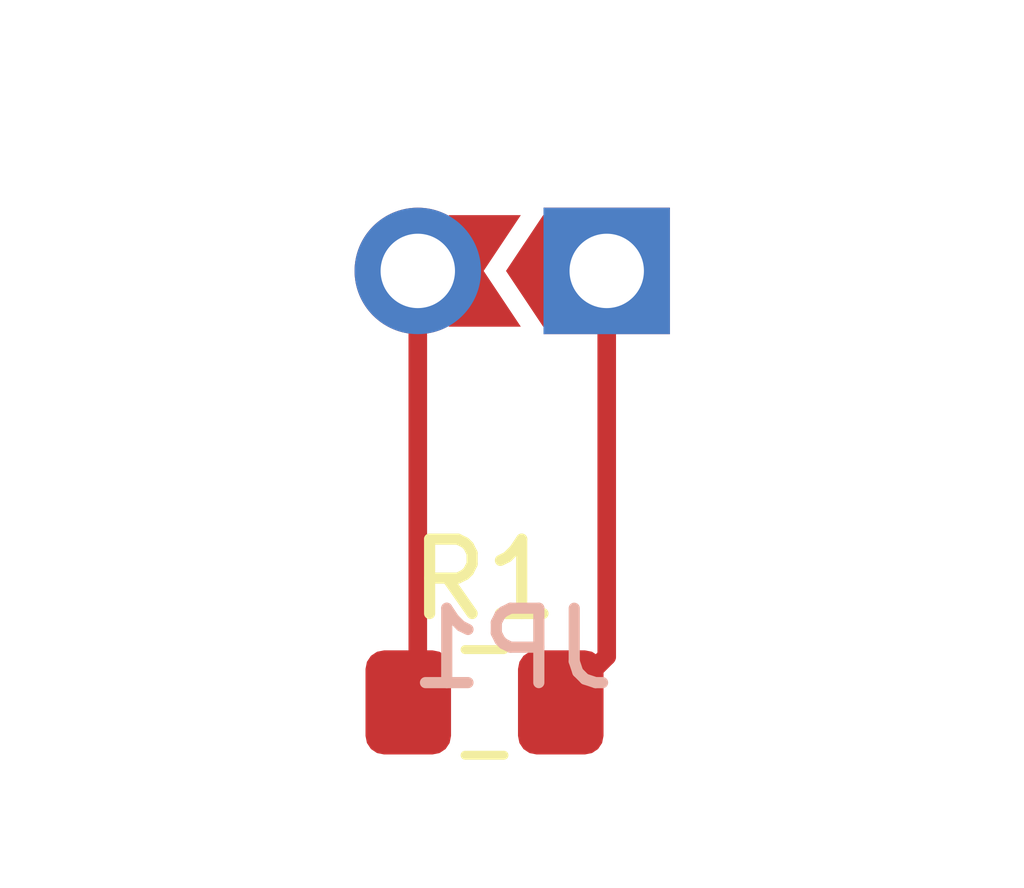
<source format=kicad_pcb>
(kicad_pcb (version 20171130) (host pcbnew 5.1.2)

  (general
    (thickness 1.6)
    (drawings 0)
    (tracks 5)
    (zones 0)
    (modules 2)
    (nets 3)
  )

  (page A4)
  (layers
    (0 F.Cu signal)
    (31 B.Cu signal)
    (32 B.Adhes user)
    (33 F.Adhes user)
    (34 B.Paste user)
    (35 F.Paste user)
    (36 B.SilkS user)
    (37 F.SilkS user)
    (38 B.Mask user)
    (39 F.Mask user)
    (40 Dwgs.User user)
    (41 Cmts.User user)
    (42 Eco1.User user)
    (43 Eco2.User user)
    (44 Edge.Cuts user)
    (45 Margin user)
    (46 B.CrtYd user)
    (47 F.CrtYd user)
    (48 B.Fab user)
    (49 F.Fab user)
  )

  (setup
    (last_trace_width 0.25)
    (trace_clearance 0.2)
    (zone_clearance 0.508)
    (zone_45_only no)
    (trace_min 0.2)
    (via_size 0.8)
    (via_drill 0.4)
    (via_min_size 0.4)
    (via_min_drill 0.3)
    (uvia_size 0.3)
    (uvia_drill 0.1)
    (uvias_allowed no)
    (uvia_min_size 0.2)
    (uvia_min_drill 0.1)
    (edge_width 0.05)
    (segment_width 0.2)
    (pcb_text_width 0.3)
    (pcb_text_size 1.5 1.5)
    (mod_edge_width 0.12)
    (mod_text_size 1 1)
    (mod_text_width 0.15)
    (pad_size 1.524 1.524)
    (pad_drill 0.762)
    (pad_to_mask_clearance 0.051)
    (solder_mask_min_width 0.25)
    (aux_axis_origin 0 0)
    (visible_elements FFFFEF7F)
    (pcbplotparams
      (layerselection 0x010fc_ffffffff)
      (usegerberextensions false)
      (usegerberattributes false)
      (usegerberadvancedattributes false)
      (creategerberjobfile false)
      (excludeedgelayer true)
      (linewidth 0.100000)
      (plotframeref false)
      (viasonmask false)
      (mode 1)
      (useauxorigin false)
      (hpglpennumber 1)
      (hpglpenspeed 20)
      (hpglpendiameter 15.000000)
      (psnegative false)
      (psa4output false)
      (plotreference true)
      (plotvalue true)
      (plotinvisibletext false)
      (padsonsilk false)
      (subtractmaskfromsilk false)
      (outputformat 1)
      (mirror false)
      (drillshape 1)
      (scaleselection 1)
      (outputdirectory ""))
  )

  (net 0 "")
  (net 1 "Net-(JP1-Pad1)")
  (net 2 "Net-(JP1-Pad2)")

  (net_class Default "This is the default net class."
    (clearance 0.2)
    (trace_width 0.25)
    (via_dia 0.8)
    (via_drill 0.4)
    (uvia_dia 0.3)
    (uvia_drill 0.1)
    (add_net "Net-(JP1-Pad1)")
    (add_net "Net-(JP1-Pad2)")
  )

  (module Resistor_SMD:R_0805_2012Metric_Pad1.15x1.40mm_HandSolder (layer F.Cu) (tedit 5B36C52B) (tstamp 5D40EC00)
    (at 65.159001 57.363001)
    (descr "Resistor SMD 0805 (2012 Metric), square (rectangular) end terminal, IPC_7351 nominal with elongated pad for handsoldering. (Body size source: https://docs.google.com/spreadsheets/d/1BsfQQcO9C6DZCsRaXUlFlo91Tg2WpOkGARC1WS5S8t0/edit?usp=sharing), generated with kicad-footprint-generator")
    (tags "resistor handsolder")
    (path /5E4165E9)
    (attr smd)
    (fp_text reference R1 (at 0 -1.65) (layer F.SilkS)
      (effects (font (size 1 1) (thickness 0.15)))
    )
    (fp_text value R (at 0 1.65) (layer F.Fab)
      (effects (font (size 1 1) (thickness 0.15)))
    )
    (fp_text user %R (at 0 0) (layer F.Fab)
      (effects (font (size 0.5 0.5) (thickness 0.08)))
    )
    (fp_line (start 1.85 0.95) (end -1.85 0.95) (layer F.CrtYd) (width 0.05))
    (fp_line (start 1.85 -0.95) (end 1.85 0.95) (layer F.CrtYd) (width 0.05))
    (fp_line (start -1.85 -0.95) (end 1.85 -0.95) (layer F.CrtYd) (width 0.05))
    (fp_line (start -1.85 0.95) (end -1.85 -0.95) (layer F.CrtYd) (width 0.05))
    (fp_line (start -0.261252 0.71) (end 0.261252 0.71) (layer F.SilkS) (width 0.12))
    (fp_line (start -0.261252 -0.71) (end 0.261252 -0.71) (layer F.SilkS) (width 0.12))
    (fp_line (start 1 0.6) (end -1 0.6) (layer F.Fab) (width 0.1))
    (fp_line (start 1 -0.6) (end 1 0.6) (layer F.Fab) (width 0.1))
    (fp_line (start -1 -0.6) (end 1 -0.6) (layer F.Fab) (width 0.1))
    (fp_line (start -1 0.6) (end -1 -0.6) (layer F.Fab) (width 0.1))
    (pad 2 smd roundrect (at 1.025 0) (size 1.15 1.4) (layers F.Cu F.Paste F.Mask) (roundrect_rratio 0.217391)
      (net 1 "Net-(JP1-Pad1)"))
    (pad 1 smd roundrect (at -1.025 0) (size 1.15 1.4) (layers F.Cu F.Paste F.Mask) (roundrect_rratio 0.217391)
      (net 2 "Net-(JP1-Pad2)"))
    (model ${KISYS3DMOD}/Resistor_SMD.3dshapes/R_0805_2012Metric.wrl
      (at (xyz 0 0 0))
      (scale (xyz 1 1 1))
      (rotate (xyz 0 0 0))
    )
  )

  (module mine:SolderDipJumper (layer B.Cu) (tedit 5D40C91E) (tstamp 5D40EC99)
    (at 65.532 51.562 180)
    (path /5E4162F1)
    (fp_text reference JP1 (at 0 -5.08) (layer B.SilkS)
      (effects (font (size 1 1) (thickness 0.15)) (justify mirror))
    )
    (fp_text value Jumper_2_Bridged (at 0 2.794) (layer B.Fab)
      (effects (font (size 1 1) (thickness 0.15)) (justify mirror))
    )
    (fp_line (start 3.03 -1.8) (end -3.07 -1.8) (layer B.CrtYd) (width 0.05))
    (fp_line (start -3.07 -1.8) (end -3.07 1.75) (layer B.CrtYd) (width 0.05))
    (fp_line (start -2.54 -1.27) (end -2.54 0.635) (layer B.Fab) (width 0.1))
    (fp_line (start 2.54 -1.27) (end -2.54 -1.27) (layer B.Fab) (width 0.1))
    (fp_line (start 3.03 1.75) (end 3.03 -1.8) (layer B.CrtYd) (width 0.05))
    (fp_text user %R (at 0 0 180) (layer B.Fab)
      (effects (font (size 1 1) (thickness 0.15)) (justify mirror))
    )
    (fp_line (start -3.07 1.75) (end 3.03 1.75) (layer B.CrtYd) (width 0.05))
    (fp_line (start -1.905 1.27) (end 2.54 1.27) (layer B.Fab) (width 0.1))
    (fp_line (start 2.54 1.27) (end 2.54 -1.27) (layer B.Fab) (width 0.1))
    (fp_line (start -2.54 0.635) (end -1.905 1.27) (layer B.Fab) (width 0.1))
    (pad 1 smd custom (at -0.4155 0 180) (size 0.3 0.3) (layers F.Cu F.Mask)
      (net 1 "Net-(JP1-Pad1)") (zone_connect 2)
      (options (clearance outline) (anchor rect))
      (primitives
        (gr_poly (pts
           (xy -0.3 -0.75) (xy 0 -0.75) (xy 0.5 0) (xy 0 0.75) (xy -0.3 0.75)
) (width 0))
      ))
    (pad 2 smd custom (at 0.5345 0 180) (size 0.3 0.3) (layers F.Cu F.Mask)
      (net 2 "Net-(JP1-Pad2)") (zone_connect 2)
      (options (clearance outline) (anchor rect))
      (primitives
        (gr_poly (pts
           (xy -0.65 -0.75) (xy 0.32 -0.75) (xy 0 0) (xy 0.32 0.75) (xy -0.65 0.75)
           (xy -0.15 0)) (width 0))
      ))
    (pad 1 thru_hole rect (at -1.27 0 90) (size 1.7 1.7) (drill 1) (layers *.Cu *.Mask)
      (net 1 "Net-(JP1-Pad1)"))
    (pad 2 thru_hole oval (at 1.27 0 90) (size 1.7 1.7) (drill 1) (layers *.Cu *.Mask)
      (net 2 "Net-(JP1-Pad2)"))
    (model ${KISYS3DMOD}/Connector_PinHeader_2.54mm.3dshapes/PinHeader_1x02_P2.54mm_Vertical.wrl
      (offset (xyz 1.27 0 0))
      (scale (xyz 1 1 1))
      (rotate (xyz 0 0 90))
    )
  )

  (segment (start 65.9475 51.562) (end 66.802 51.562) (width 0.25) (layer F.Cu) (net 1))
  (segment (start 66.802 56.745002) (end 66.184001 57.363001) (width 0.25) (layer F.Cu) (net 1))
  (segment (start 66.802 51.562) (end 66.802 56.745002) (width 0.25) (layer F.Cu) (net 1))
  (segment (start 64.262 57.235002) (end 64.134001 57.363001) (width 0.25) (layer F.Cu) (net 2))
  (segment (start 64.262 51.562) (end 64.262 57.235002) (width 0.25) (layer F.Cu) (net 2))

)

</source>
